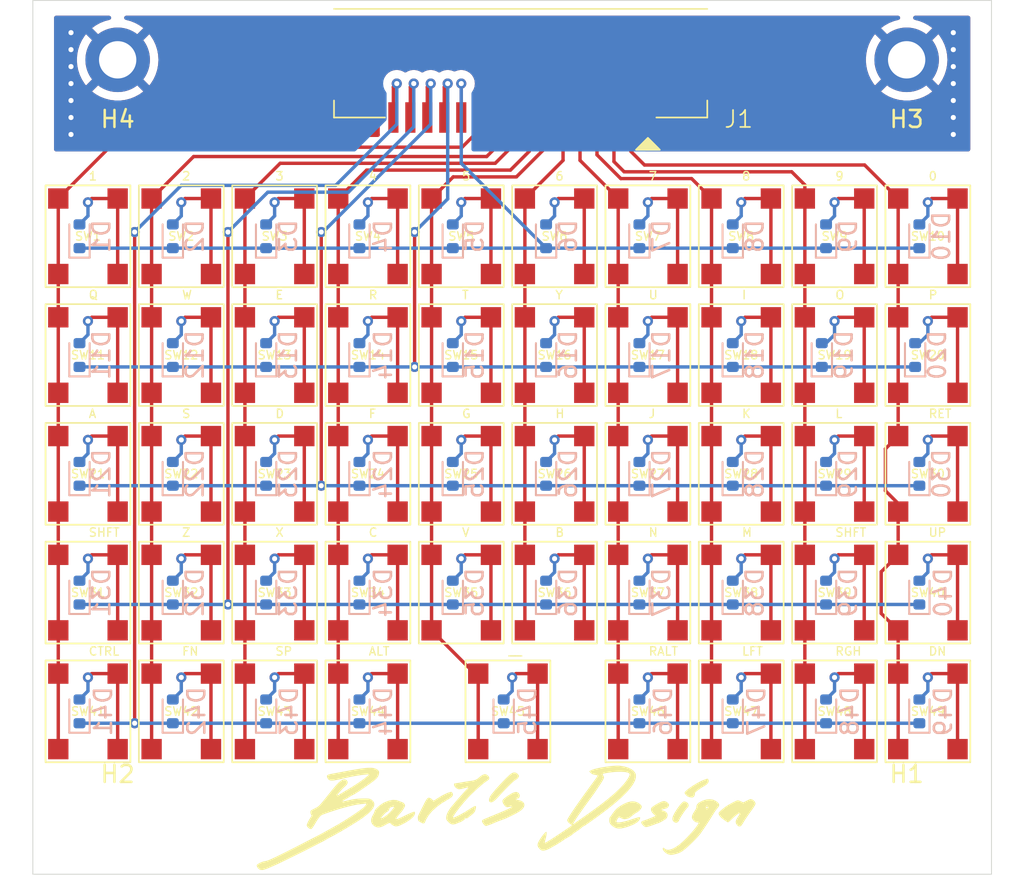
<source format=kicad_pcb>
(kicad_pcb (version 20240108) (generator "pcbnew") (generator_version "8.0")
  (title_block (title "EtherPointer keyboard") (date "2025-02-15") (rev "RC1") (company "Bart's Design") (comment 1 "Bartosz Pracz"))
  (layers (0 "F.Cu" signal) (31 "B.Cu" signal) (34 "B.Paste" user) (35 "F.Paste" user) (36 "B.SilkS" user "B.Silkscreen") (37 "F.SilkS" user "F.Silkscreen") (38 "B.Mask" user) (39 "F.Mask" user) (44 "Edge.Cuts" user))
  (net 0 "")
  (net 1 "Net-(D1-A)")
  (net 2 "Net-(D48-A)")
  (net 3 "Net-(D49-A)")
  (net 4 "GND")
  (net 6 "/ROW1")
  (net 7 "/ROW2")
  (net 8 "/ROW3")
  (net 9 "/ROW4")
  (net 10 "/ROW5")
  (net 11 "/COL4")
  (net 12 "/COL3")
  (net 13 "/COL5")
  (net 14 "/COL9")
  (net 15 "/COL8")
  (net 16 "/COL1")
  (net 17 "/COL2")
  (net 18 "/COL6")
  (net 19 "/COL10")
  (net 20 "/COL7")
  (net 21 "Net-(D2-A)")
  (net 22 "Net-(D3-A)")
  (net 23 "Net-(D4-A)")
  (net 24 "Net-(D5-A)")
  (net 25 "Net-(D6-A)")
  (net 26 "Net-(D7-A)")
  (net 27 "Net-(D8-A)")
  (net 28 "Net-(D9-A)")
  (net 29 "Net-(D10-A)")
  (net 30 "Net-(D11-A)")
  (net 31 "Net-(D14-A)")
  (net 32 "Net-(D15-A)")
  (net 33 "Net-(D16-A)")
  (net 34 "Net-(D17-A)")
  (net 35 "Net-(D30-A)")
  (net 36 "Net-(D31-A)")
  (net 37 "Net-(D32-A)")
  (net 38 "Net-(D33-A)")
  (net 39 "Net-(D46-A)")
  (net 40 "Net-(D47-A)")
  (net 41 "Net-(D18-A)")
  (net 42 "Net-(D19-A)")
  (net 43 "Net-(D20-A)")
  (net 44 "Net-(D21-A)")
  (net 45 "Net-(D34-A)")
  (net 46 "Net-(D35-A)")
  (net 47 "Net-(D36-A)")
  (net 48 "Net-(D37-A)")
  (net 49 "Net-(D22-A)")
  (net 50 "Net-(D23-A)")
  (net 51 "Net-(D24-A)")
  (net 52 "Net-(D25-A)")
  (net 53 "Net-(D38-A)")
  (net 54 "Net-(D39-A)")
  (net 55 "Net-(D40-A)")
  (net 56 "Net-(D41-A)")
  (net 57 "Net-(D26-A)")
  (net 58 "Net-(D27-A)")
  (net 59 "Net-(D28-A)")
  (net 60 "Net-(D29-A)")
  (net 61 "Net-(D42-A)")
  (net 62 "Net-(D44-A)")
  (net 63 "Net-(D45-A)")
  (net 64 "Net-(D12-A)")
  (net 65 "Net-(D13-A)")
  (net 66 "Net-(D43-A)")
  (footprint "airMouseLib:TL3315NF100Q" (layer "F.Cu") (at 104.75 101.4)
    (property "Reference" "SW24")
    (property "Value" "KEY")
  )
  (footprint "airMouseLib:TL3315NF100Q" (layer "F.Cu") (at 132.25 87.4)
    (property "Reference" "SW9")
    (property "Value" "KEY")
  )
  (footprint "airMouseLib:TL3315NF100Q" (layer "F.Cu") (at 104.75 115.4)
    (property "Reference" "SW44")
    (property "Value" "KEY")
  )
  (footprint "airMouseLib:TL3315NF100Q" (layer "F.Cu") (at 99.25 108.4)
    (property "Reference" "SW33")
    (property "Value" "KEY")
  )
  (footprint "airMouseLib:TL3315NF100Q" (layer "F.Cu") (at 99.25 87.4)
    (property "Reference" "SW3")
    (property "Value" "KEY")
  )
  (footprint "airMouseLib:TL3315NF100Q" (layer "F.Cu") (at 88.25 87.4)
    (property "Reference" "SW1")
    (property "Value" "KEY")
  )
  (footprint "airMouseLib:TL3315NF100Q" (layer "F.Cu") (at 115.75 94.4)
    (property "Reference" "SW16")
    (property "Value" "KEY")
  )
  (footprint "airMouseLib:TL3315NF100Q" (layer "F.Cu") (at 93.75 108.4)
    (property "Reference" "SW32")
    (property "Value" "KEY")
  )
  (footprint "airMouseLib:TL3315NF100Q" (layer "F.Cu") (at 126.75 101.4)
    (property "Reference" "SW28")
    (property "Value" "KEY")
  )
  (footprint "airMouseLib:TL3315NF100Q" (layer "F.Cu") (at 121.25 115.4)
    (property "Reference" "SW46")
    (property "Value" "KEY")
  )
  (footprint "airMouseLib:TL3315NF100Q" (layer "F.Cu") (at 121.25 108.4)
    (property "Reference" "SW37")
    (property "Value" "KEY")
  )
  (footprint "airMouseLib:TL3315NF100Q" (layer "F.Cu") (at 110.25 87.4)
    (property "Reference" "SW5")
    (property "Value" "KEY")
  )
  (footprint "MountingHole:MountingHole_2.2mm_M2_ISO14580_Pad" (layer "F.Cu") (at 136.5 77)
    (property "Reference" "H3")
    (property "Value" "MountingHole_Pad")
  )
  (footprint "airMouseLib:TL3315NF100Q" (layer "F.Cu") (at 137.75 87.4)
    (property "Reference" "SW10")
    (property "Value" "KEY")
  )
  (footprint "airMouseLib:TL3315NF100Q" (layer "F.Cu") (at 121.25 94.4)
    (property "Reference" "SW17")
    (property "Value" "KEY")
  )
  (footprint "airMouseLib:TL3315NF100Q" (layer "F.Cu") (at 132.25 94.4)
    (property "Reference" "SW19")
    (property "Value" "KEY")
  )
  (footprint "airMouseLib:TL3315NF100Q" (layer "F.Cu") (at 88.25 115.4)
    (property "Reference" "SW41")
    (property "Value" "KEY")
  )
  (footprint "airMouseLib:TL3315NF100Q" (layer "F.Cu") (at 115.75 101.4)
    (property "Reference" "SW26")
    (property "Value" "KEY")
  )
  (footprint "airMouseLib:TL3315NF100Q" (layer "F.Cu") (at 137.75 115.4)
    (property "Reference" "SW49")
    (property "Value" "KEY")
  )
  (footprint "airMouseLib:TL3315NF100Q" (layer "F.Cu") (at 88.25 108.4)
    (property "Reference" "SW31")
    (property "Value" "KEY")
  )
  (footprint "airMouseLib:TL3315NF100Q" (layer "F.Cu") (at 113 115.4)
    (property "Reference" "SW45")
    (property "Value" "KEY")
  )
  (footprint "airMouseLib:TL3315NF100Q" (layer "F.Cu") (at 93.75 87.4)
    (property "Reference" "SW2")
    (property "Value" "KEY")
  )
  (footprint "airMouseLib:TL3315NF100Q" (layer "F.Cu") (at 115.75 87.4)
    (property "Reference" "SW6")
    (property "Value" "KEY")
  )
  (footprint "MountingHole:MountingHole_2.2mm_M2_ISO14580_Pad" (layer "F.Cu") (at 90 77)
    (property "Reference" "H4")
    (property "Value" "MountingHole_Pad")
  )
  (footprint "airMouseLib:Bart's Design 30mm" (layer "F.Cu") (at 113.05 121.6)
    (property "Reference" "Logo1" (hide yes))
    (property "Value" "~" (hide yes))
  )
  (footprint "airMouseLib:TL3315NF100Q" (layer "F.Cu") (at 132.25 108.4)
    (property "Reference" "SW39")
    (property "Value" "KEY")
  )
  (footprint "airMouseLib:TL3315NF100Q" (layer "F.Cu") (at 104.75 87.4)
    (property "Reference" "SW4")
    (property "Value" "KEY")
  )
  (footprint "MountingHole:MountingHole_2.2mm_M2_ISO14580" (layer "F.Cu") (at 90 122)
    (property "Reference" "H2")
    (property "Value" "MountingHole")
  )
  (footprint "MountingHole:MountingHole_2.2mm_M2_ISO14580" (layer "F.Cu") (at 136.5 122)
    (property "Reference" "H1")
    (property "Value" "MountingHole")
  )
  (footprint "airMouseLib:TL3315NF100Q" (layer "F.Cu") (at 110.25 101.4)
    (property "Reference" "SW25")
    (property "Value" "KEY")
  )
  (footprint "airMouseLib:TL3315NF100Q" (layer "F.Cu") (at 88.25 101.4)
    (property "Reference" "SW21")
    (property "Value" "KEY")
  )
  (footprint "airMouseLib:TL3315NF100Q" (layer "F.Cu") (at 99.25 94.4)
    (property "Reference" "SW13")
    (property "Value" "KEY")
  )
  (footprint "airMouseLib:TL3315NF100Q" (layer "F.Cu") (at 132.25 115.4)
    (property "Reference" "SW48")
    (property "Value" "KEY")
  )
  (footprint "airMouseLib:TL3315NF100Q" (layer "F.Cu") (at 126.75 94.4)
    (property "Reference" "SW18")
    (property "Value" "KEY")
  )
  (footprint "airMouseLib:TL3315NF100Q" (layer "F.Cu") (at 104.75 108.4)
    (property "Reference" "SW34")
    (property "Value" "KEY")
  )
  (footprint "airMouseLib:TL3315NF100Q" (layer "F.Cu") (at 99.25 101.4)
    (property "Reference" "SW23")
    (property "Value" "KEY")
  )
  (footprint "airMouseLib:TL3315NF100Q" (layer "F.Cu") (at 137.75 94.4)
    (property "Reference" "SW20")
    (property "Value" "KEY")
  )
  (footprint "airMouseLib:TL3315NF100Q" (layer "F.Cu") (at 121.25 101.4)
    (property "Reference" "SW27")
    (property "Value" "KEY")
  )
  (footprint "airMouseLib:TL3315NF100Q" (layer "F.Cu") (at 88.25 94.4)
    (property "Reference" "SW11")
    (property "Value" "KEY")
  )
  (footprint "airMouseLib:TL3315NF100Q" (layer "F.Cu") (at 126.75 108.4)
    (property "Reference" "SW38")
    (property "Value" "KEY")
  )
  (footprint "airMouseLib:TL3315NF100Q" (layer "F.Cu") (at 115.75 108.4)
    (property "Reference" "SW36")
    (property "Value" "KEY")
  )
  (footprint "airMouseLib:TL3315NF100Q" (layer "F.Cu") (at 126.75 87.4)
    (property "Reference" "SW8")
    (property "Value" "KEY")
  )
  (footprint "airMouseLib:TL3315NF100Q" (layer "F.Cu") (at 121.25 87.4)
    (property "Reference" "SW7")
    (property "Value" "KEY")
  )
  (footprint "airMouseLib:TL3315NF100Q" (layer "F.Cu") (at 132.25 101.4)
    (property "Reference" "SW29")
    (property "Value" "KEY")
  )
  (footprint "airMouseLib:TL3315NF100Q" (layer "F.Cu") (at 93.75 115.4)
    (property "Reference" "SW42")
    (property "Value" "KEY")
  )
  (footprint "airMouseLib:TL3315NF100Q" (layer "F.Cu") (at 126.75 115.4)
    (property "Reference" "SW47")
    (property "Value" "KEY")
  )
  (footprint "airMouseLib:TL3315NF100Q" (layer "F.Cu") (at 93.75 101.4)
    (property "Reference" "SW22")
    (property "Value" "KEY")
  )
  (footprint "airMouseLib:DS1020-07-16VBT1A-R" (layer "F.Cu") (at 113.75 80.4 180)
    (property "Reference" "J1")
    (property "Value" "DS1020-07-16VBT1A-R")
  )
  (footprint "airMouseLib:TL3315NF100Q" (layer "F.Cu") (at 110.25 108.4)
    (property "Reference" "SW35")
    (property "Value" "KEY")
  )
  (footprint "airMouseLib:TL3315NF100Q" (layer "F.Cu") (at 137.75 108.4)
    (property "Reference" "SW40")
    (property "Value" "KEY")
  )
  (footprint "airMouseLib:TL3315NF100Q" (layer "F.Cu") (at 110.25 94.4)
    (property "Reference" "SW15")
    (property "Value" "KEY")
  )
  (footprint "airMouseLib:TL3315NF100Q" (layer "F.Cu") (at 137.75 101.4)
    (property "Reference" "SW30")
    (property "Value" "KEY")
  )
  (footprint "airMouseLib:TL3315NF100Q" (layer "F.Cu") (at 99.25 115.4)
    (property "Reference" "SW43")
    (property "Value" "KEY")
  )
  (footprint "airMouseLib:TL3315NF100Q" (layer "F.Cu") (at 93.75 94.4)
    (property "Reference" "SW12")
    (property "Value" "KEY")
  )
  (footprint "airMouseLib:TL3315NF100Q" (layer "F.Cu") (at 104.75 94.4)
    (property "Reference" "SW14")
    (property "Value" "KEY")
  )
  (footprint "Diode_SMD:D_SOD-523" (layer "B.Cu") (at 115.25 101.4 90)
    (property "Reference" "D26")
    (property "Value" "BAS70X-TP")
  )
  (footprint "Diode_SMD:D_SOD-523" (layer "B.Cu") (at 120.75 101.4 90)
    (property "Reference" "D27")
    (property "Value" "BAS70X-TP")
  )
  (footprint "Diode_SMD:D_SOD-523" (layer "B.Cu") (at 137.25 115.4 90)
    (property "Reference" "D49")
    (property "Value" "BAS70X-TP")
  )
  (footprint "Diode_SMD:D_SOD-523" (layer "B.Cu") (at 120.75 108.4 90)
    (property "Reference" "D37")
    (property "Value" "BAS70X-TP")
  )
  (footprint "Diode_SMD:D_SOD-523" (layer "B.Cu") (at 115.25 108.4 90)
    (property "Reference" "D36")
    (property "Value" "BAS70X-TP")
  )
  (footprint "Diode_SMD:D_SOD-523" (layer "B.Cu") (at 131.75 87.4 90)
    (property "Reference" "D9")
    (property "Value" "BAS70X-TP")
  )
  (footprint "Diode_SMD:D_SOD-523" (layer "B.Cu") (at 98.75 101.4 90)
    (property "Reference" "D23")
    (property "Value" "BAS70X-TP")
  )
  (footprint "Diode_SMD:D_SOD-523" (layer "B.Cu") (at 126.25 115.4 90)
    (property "Reference" "D47")
    (property "Value" "BAS70X-TP")
  )
  (footprint "Diode_SMD:D_SOD-523" (layer "B.Cu") (at 87.75 115.4 90)
    (property "Reference" "D41")
    (property "Value" "BAS70X-TP")
  )
  (footprint "Diode_SMD:D_SOD-523" (layer "B.Cu") (at 137 94.4 90)
    (property "Reference" "D20")
    (property "Value" "BAS70X-TP")
  )
  (footprint "Diode_SMD:D_SOD-523" (layer "B.Cu") (at 104.25 94.4 90)
    (property "Reference" "D14")
    (property "Value" "BAS70X-TP")
  )
  (footprint "Diode_SMD:D_SOD-523" (layer "B.Cu") (at 131.5 94.4 90)
    (property "Reference" "D19")
    (property "Value" "BAS70X-TP")
  )
  (footprint "Diode_SMD:D_SOD-523" (layer "B.Cu") (at 109.75 94.4 90)
    (property "Reference" "D15")
    (property "Value" "BAS70X-TP")
  )
  (footprint "Diode_SMD:D_SOD-523" (layer "B.Cu") (at 137.25 101.4 90)
    (property "Reference" "D30")
    (property "Value" "BAS70X-TP")
  )
  (footprint "Diode_SMD:D_SOD-523" (layer "B.Cu") (at 109.75 87.4 90)
    (property "Reference" "D5")
    (property "Value" "BAS70X-TP")
  )
  (footprint "Diode_SMD:D_SOD-523" (layer "B.Cu") (at 87.75 94.4 90)
    (property "Reference" "D11")
    (property "Value" "BAS70X-TP")
  )
  (footprint "Diode_SMD:D_SOD-523" (layer "B.Cu") (at 109.75 108.4 90)
    (property "Reference" "D35")
    (property "Value" "BAS70X-TP")
  )
  (footprint "Diode_SMD:D_SOD-523" (layer "B.Cu") (at 131.75 108.4 90)
    (property "Reference" "D39")
    (property "Value" "BAS70X-TP")
  )
  (footprint "Diode_SMD:D_SOD-523" (layer "B.Cu") (at 137.25 108.4 90)
    (property "Reference" "D40")
    (property "Value" "BAS70X-TP")
  )
  (footprint "Diode_SMD:D_SOD-523" (layer "B.Cu") (at 115.25 87.4 90)
    (property "Reference" "D6")
    (property "Value" "BAS70X-TP")
  )
  (footprint "Diode_SMD:D_SOD-523" (layer "B.Cu") (at 137.25 87.4 90)
    (property "Reference" "D10")
    (property "Value" "BAS70X-TP")
  )
  (footprint "Diode_SMD:D_SOD-523" (layer "B.Cu") (at 120.75 94.4 90)
    (property "Reference" "D17")
    (property "Value" "BAS70X-TP")
  )
  (footprint "Diode_SMD:D_SOD-523" (layer "B.Cu") (at 104.25 115.4 90)
    (property "Reference" "D44")
    (property "Value" "BAS70X-TP")
  )
  (footprint "Diode_SMD:D_SOD-523" (layer "B.Cu") (at 87.75 87.4 90)
    (property "Reference" "D1")
    (property "Value" "BAS70X-TP")
  )
  (footprint "Diode_SMD:D_SOD-523" (layer "B.Cu") (at 104.25 108.4 90)
    (property "Reference" "D34")
    (property "Value" "BAS70X-TP")
  )
  (footprint "Diode_SMD:D_SOD-523" (layer "B.Cu") (at 98.75 115.4 90)
    (property "Reference" "D43")
    (property "Value" "BAS70X-TP")
  )
  (footprint "Diode_SMD:D_SOD-523" (layer "B.Cu") (at 112.75 115.4 90)
    (property "Reference" "D45")
    (property "Value" "BAS70X-TP")
  )
  (footprint "Diode_SMD:D_SOD-523" (layer "B.Cu") (at 104.25 101.4 90)
    (property "Reference" "D24")
    (property "Value" "BAS70X-TP")
  )
  (footprint "Diode_SMD:D_SOD-523" (layer "B.Cu") (at 98.75 108.4 90)
    (property "Reference" "D33")
    (property "Value" "BAS70X-TP")
  )
  (footprint "Diode_SMD:D_SOD-523" (layer "B.Cu") (at 126.25 87.4 90)
    (property "Reference" "D8")
    (property "Value" "BAS70X-TP")
  )
  (footprint "Diode_SMD:D_SOD-523" (layer "B.Cu") (at 93.25 108.4 90)
    (property "Reference" "D32")
    (property "Value" "BAS70X-TP")
  )
  (footprint "Diode_SMD:D_SOD-523" (layer "B.Cu") (at 98.75 87.4 90)
    (property "Reference" "D3")
    (property "Value" "BAS70X-TP")
  )
  (footprint "Diode_SMD:D_SOD-523" (layer "B.Cu") (at 126.25 94.4 90)
    (property "Reference" "D18")
    (property "Value" "BAS70X-TP")
  )
  (footprint "Diode_SMD:D_SOD-523" (layer "B.Cu") (at 93.25 115.4 90)
    (property "Reference" "D42")
    (property "Value" "BAS70X-TP")
  )
  (footprint "Diode_SMD:D_SOD-523" (layer "B.Cu") (at 104.25 87.4 90)
    (property "Reference" "D4")
    (property "Value" "BAS70X-TP")
  )
  (footprint "Diode_SMD:D_SOD-523" (layer "B.Cu") (at 87.75 108.4 90)
    (property "Reference" "D31")
    (property "Value" "BAS70X-TP")
  )
  (footprint "Diode_SMD:D_SOD-523" (layer "B.Cu") (at 120.75 115.4 90)
    (property "Reference" "D46")
    (property "Value" "BAS70X-TP")
  )
  (footprint "Diode_SMD:D_SOD-523" (layer "B.Cu") (at 126.25 108.4 90)
    (property "Reference" "D38")
    (property "Value" "BAS70X-TP")
  )
  (footprint "Diode_SMD:D_SOD-523" (layer "B.Cu") (at 131.75 101.4 90)
    (property "Reference" "D29")
    (property "Value" "BAS70X-TP")
  )
  (footprint "Diode_SMD:D_SOD-523" (layer "B.Cu") (at 109.75 101.4 90)
    (property "Reference" "D25")
    (property "Value" "BAS70X-TP")
  )
  (footprint "Diode_SMD:D_SOD-523" (layer "B.Cu") (at 87.75 101.4 90)
    (property "Reference" "D21")
    (property "Value" "BAS70X-TP")
  )
  (footprint "Diode_SMD:D_SOD-523" (layer "B.Cu") (at 93.25 101.4 90)
    (property "Reference" "D22")
    (property "Value" "BAS70X-TP")
  )
  (footprint "Diode_SMD:D_SOD-523" (layer "B.Cu") (at 98.75 94.4 90)
    (property "Reference" "D13")
    (property "Value" "BAS70X-TP")
  )
  (footprint "Diode_SMD:D_SOD-523" (layer "B.Cu") (at 126.25 101.4 90)
    (property "Reference" "D28")
    (property "Value" "BAS70X-TP")
  )
  (footprint "Diode_SMD:D_SOD-523" (layer "B.Cu") (at 115.25 94.4 90)
    (property "Reference" "D16")
    (property "Value" "BAS70X-TP")
  )
  (footprint "Diode_SMD:D_SOD-523" (layer "B.Cu") (at 120.75 87.4 90)
    (property "Reference" "D7")
    (property "Value" "BAS70X-TP")
  )
  (footprint "Diode_SMD:D_SOD-523" (layer "B.Cu") (at 93.25 87.4 90)
    (property "Reference" "D2")
    (property "Value" "BAS70X-TP")
  )
  (footprint "Diode_SMD:D_SOD-523" (layer "B.Cu") (at 93.25 94.4 90)
    (property "Reference" "D12")
    (property "Value" "BAS70X-TP")
  )
  (footprint "Diode_SMD:D_SOD-523" (layer "B.Cu") (at 131.75 115.4 90)
    (property "Reference" "D48")
    (property "Value" "BAS70X-TP")
  )
  (gr_rect (start 85 73.5) (end 141.5 125) (stroke (width 0.05)) (fill none) (layer "Edge.Cuts"))
  (segment (start 90 85.175) (end 88.475 85.175) (width 0.2) (layer "F.Cu") (net 1))
  (segment (start 90 85.175) (end 90 89.625) (width 0.2) (layer "F.Cu") (net 1))
  (segment (start 88.475 85.175) (end 88.25 85.4) (width 0.2) (layer "F.Cu") (net 1))
  (via (at 88.25 85.4) (size 0.6) (drill 0.3) (layers "F.Cu" "B.Cu") (net 1))
  (segment (start 88.25 85.4) (end 88.25 86.2) (width 0.2) (layer "B.Cu") (net 1))
  (segment (start 88.25 86.2) (end 87.75 86.7) (width 0.2) (layer "B.Cu") (net 1))
  (segment (start 132.475 113.175) (end 132.25 113.4) (width 0.2) (layer "F.Cu") (net 2))
  (segment (start 134 117.625) (end 134 113.175) (width 0.2) (layer "F.Cu") (net 2))
  (segment (start 134 113.175) (end 132.475 113.175) (width 0.2) (layer "F.Cu") (net 2))
  (via (at 132.25 113.4) (size 0.6) (drill 0.3) (layers "F.Cu" "B.Cu") (net 2))
  (segment (start 132.25 113.4) (end 132.25 114.2) (width 0.2) (layer "B.Cu") (net 2))
  (segment (start 132.25 114.2) (end 131.75 114.7) (width 0.2) (layer "B.Cu") (net 2))
  (segment (start 137.975 113.175) (end 137.75 113.4) (width 0.2) (layer "F.Cu") (net 3))
  (segment (start 139.5 113.175) (end 137.975 113.175) (width 0.2) (layer "F.Cu") (net 3))
  (segment (start 139.5 117.625) (end 139.5 113.175) (width 0.2) (layer "F.Cu") (net 3))
  (via (at 137.75 113.4) (size 0.6) (drill 0.3) (layers "F.Cu" "B.Cu") (net 3))
  (segment (start 137.75 113.4) (end 137.75 114.2) (width 0.2) (layer "B.Cu") (net 3))
  (segment (start 137.75 114.2) (end 137.25 114.7) (width 0.2) (layer "B.Cu") (net 3))
  (via (at 87.25 80.4) (size 0.6) (drill 0.3) (layers "F.Cu" "B.Cu") (net 4))
  (via (at 139.25 79.4) (size 0.6) (drill 0.3) (layers "F.Cu" "B.Cu") (net 4))
  (via (at 139.25 76.4) (size 0.6) (drill 0.3) (layers "F.Cu" "B.Cu") (net 4))
  (via (at 139.25 81.4) (size 0.6) (drill 0.3) (layers "F.Cu" "B.Cu") (net 4))
  (via (at 139.25 75.4) (size 0.6) (drill 0.3) (layers "F.Cu" "B.Cu") (net 4))
  (via (at 87.25 79.4) (size 0.6) (drill 0.3) (layers "F.Cu" "B.Cu") (net 4))
  (via (at 139.25 78.4) (size 0.6) (drill 0.3) (layers "F.Cu" "B.Cu") (net 4))
  (via (at 87.25 77.4) (size 0.6) (drill 0.3) (layers "F.Cu" "B.Cu") (net 4))
  (via (at 87.25 81.4) (size 0.6) (drill 0.3) (layers "F.Cu" "B.Cu") (net 4))
  (via (at 87.25 76.4) (size 0.6) (drill 0.3) (layers "F.Cu" "B.Cu") (net 4))
  (via (at 87.25 75.4) (size 0.6) (drill 0.3) (layers "F.Cu" "B.Cu") (net 4))
  (via (at 139.25 80.4) (size 0.6) (drill 0.3) (layers "F.Cu" "B.Cu") (net 4))
  (via (at 139.25 77.4) (size 0.6) (drill 0.3) (layers "F.Cu" "B.Cu") (net 4))
  (via (at 87.25 78.4) (size 0.6) (drill 0.3) (layers "F.Cu" "B.Cu") (net 4))
  (segment (start 110.25 80.4) (end 110.25 78.4) (width 0.2) (layer "F.Cu") (net 6))
  (via (at 110.25 78.4) (size 0.6) (drill 0.3) (layers "F.Cu" "B.Cu") (net 6))
  (segment (start 110.25 83.1) (end 115.25 88.1) (width 0.2) (layer "B.Cu") (net 6))
  (segment (start 137.25 88.1) (end 87.75 88.1) (width 0.2) (layer "B.Cu") (net 6))
  (segment (start 110.25 78.4) (end 110.25 83.1) (width 0.2) (layer "B.Cu") (net 6))
  (segment (start 109.25 80.4) (end 109.25 78.6) (width 0.2) (layer "F.Cu") (net 7))
  (segment (start 109.25 78.6) (end 109.45 78.4) (width 0.2) (layer "F.Cu") (net 7))
  (segment (start 107.5 87.15) (end 107.5 95.1) (width 0.2) (layer "F.Cu") (net 7))
  (via (at 109.45 78.4) (size 0.6) (drill 0.3) (layers "F.Cu" "B.Cu") (net 7))
  (via (at 107.5 95.1) (size 0.6) (drill 0.3) (layers "F.Cu" "B.Cu") (net 7))
  (via (at 107.5 87.15) (size 0.6) (drill 0.3) (layers "F.Cu" "B.Cu") (net 7))
  (segment (start 109.45 78.4) (end 109.45 85.2) (width 0.2) (layer "B.Cu") (net 7))
  (segment (start 109.45 85.2) (end 107.5 87.15) (width 0.2) (layer "B.Cu") (net 7))
  (segment (start 87.75 95.1) (end 107.5 95.1) (width 0.2) (layer "B.Cu") (net 7))
  (segment (start 107.5 95.1) (end 137.25 95.1) (width 0.2) (layer "B.Cu") (net 7))
  (segment (start 108.25 80.4) (end 108.25 78.6) (width 0.2) (layer "F.Cu") (net 8))
  (segment (start 102 87.15) (end 102 102.1) (width 0.2) (layer "F.Cu") (net 8))
  (segment (start 108.25 78.6) (end 108.45 78.4) (width 0.2) (layer "F.Cu") (net 8))
  (via (at 108.45 78.4) (size 0.6) (drill 0.3) (layers "F.Cu" "B.Cu") (net 8))
  (via (at 102 87.15) (size 0.6) (drill 0.3) (layers "F.Cu" "B.Cu") (net 8))
  (via (at 102 102.1) (size 0.6) (drill 0.3) (layers "F.Cu" "B.Cu") (net 8))
  (segment (start 108.45 78.4) (end 108.45 80.8) (width 0.2) (layer "B.Cu") (net 8))
  (segment (start 108.45 80.8) (end 102.1 87.15) (width 0.2) (layer "B.Cu") (net 8))
  (segment (start 102 102.1) (end 87.75 102.1) (width 0.2) (layer "B.Cu") (net 8))
  (segment (start 137.25 102.1) (end 102 102.1) (width 0.2) (layer "B.Cu") (net 8))
  (segment (start 102.1 87.15) (end 102 87.15) (width 0.2) (layer "B.Cu") (net 8))
  (segment (start 107.25 80.4) (end 107.25 78.6) (width 0.2) (layer "F.Cu") (net 9))
  (segment (start 107.25 78.6) (end 107.45 78.4) (width 0.2) (layer "F.Cu") (net 9))
  (segment (start 96.5 87.15) (end 96.5 109.1) (width 0.2) (layer "F.Cu") (net 9))
  (via (at 96.5 87.15) (size 0.6) (drill 0.3) (layers "F.Cu" "B.Cu") (net 9))
  (via (at 96.5 109.1) (size 0.6) (drill 0.3) (layers "F.Cu" "B.Cu") (net 9))
  (via (at 107.45 78.4) (size 0.6) (drill 0.3) (layers "F.Cu" "B.Cu") (net 9))
  (segment (start 98.85 84.8) (end 96.5 87.15) (width 0.2) (layer "B.Cu") (net 9))
  (segment (start 107.45 78.4) (end 107.45 80.95) (width 0.2) (layer "B.Cu") (net 9))
  (segment (start 96.5 109.1) (end 137.25 109.1) (width 0.2) (layer "B.Cu") (net 9))
  (segment (start 103.6 84.8) (end 98.85 84.8) (width 0.2) (layer "B.Cu") (net 9))
  (segment (start 87.75 109.1) (end 96.5 109.1) (width 0.2) (layer "B.Cu") (net 9))
  (segment (start 107.45 80.95) (end 103.6 84.8) (width 0.2) (layer "B.Cu") (net 9))
  (segment (start 91 87.15) (end 91 116.1) (width 0.2) (layer "F.Cu") (net 10))
  (segment (start 106.25 78.6) (end 106.45 78.4) (width 0.2) (layer "F.Cu") (net 10))
  (segment (start 106.25 80.4) (end 106.25 78.6) (width 0.2) (layer "F.Cu") (net 10))
  (via (at 91 87.15) (size 0.6) (drill 0.3) (layers "F.Cu" "B.Cu") (net 10))
  (via (at 91 116.1) (size 0.6) (drill 0.3) (layers "F.Cu" "B.Cu") (net 10))
  (via (at 106.45 78.4) (size 0.6) (drill 0.3) (layers "F.Cu" "B.Cu") (net 10))
  (segment (start 91 116.1) (end 87.75 116.1) (width 0.2) (layer "B.Cu") (net 10))
  (segment (start 106.45 80.8) (end 106.45 78.4) (width 0.2) (layer "B.Cu") (net 10))
  (segment (start 93.75 84.4) (end 102.85 84.4) (width 0.2) (layer "B.Cu") (net 10))
  (segment (start 91 87.15) (end 93.75 84.4) (width 0.2) (layer "B.Cu") (net 10))
  (segment (start 102.85 84.4) (end 106.45 80.8) (width 0.2) (layer "B.Cu") (net 10))
  (segment (start 137.25 116.1) (end 91 116.1) (width 0.2) (layer "B.Cu") (net 10))
  (segment (start 117.25 82.925) (end 117.25 80.4) (width 0.2) (layer "F.Cu") (net 11))
  (segment (start 119.5 85.175) (end 119.5 117.625) (width 0.2) (layer "F.Cu") (net 11))
  (segment (start 119.5 85.175) (end 117.25 82.925) (width 0.2) (layer "F.Cu") (net 11))
  (segment (start 118.25 82.6) (end 118.25 80.4) (width 0.2) (layer "F.Cu") (net 12))
  (segment (start 123.825 84) (end 119.65 84) (width 0.2) (layer "F.Cu") (net 12))
  (segment (start 119.65 84) (end 118.25 82.6) (width 0.2) (layer "F.Cu") (net 12))
  (segment (start 125 85.175) (end 123.825 84) (width 0.2) (layer "F.Cu") (net 12))
  (segment (start 125 85.175) (end 125 117.625) (width 0.2) (layer "F.Cu") (net 12))
  (segment (start 114 85.175) (end 116.25 82.925) (width 0.2) (layer "F.Cu") (net 13))
  (segment (start 114 85.175) (end 114 110.625) (width 0.2) (layer "F.Cu") (net 13))
  (segment (start 116.25 82.925) (end 116.25 80.4) (width 0.2) (layer "F.Cu") (net 13))
  (segment (start 92 92.175) (end 92 91.65) (width 0.2) (layer "F.Cu") (net 14))
  (segment (start 92 85.175) (end 92 117.625) (width 0.2) (layer "F.Cu") (net 14))
  (segment (start 112.25 82.2) (end 112.25 80.4) (width 0.2) (layer "F.Cu") (net 14))
  (segment (start 111.75 82.7) (end 112.25 82.2) (width 0.2) (layer "F.Cu") (net 14))
  (segment (start 92 85.175) (end 94.475 82.7) (width 0.2) (layer "F.Cu") (net 14))
  (segment (start 94.475 82.7) (end 111.75 82.7) (width 0.2) (layer "F.Cu") (net 14))
  (segment (start 97.5 92.175) (end 97.5 117.625) (width 0.2) (layer "F.Cu") (net 15))
  (segment (start 112.25 83.1) (end 113.25 82.1) (width 0.2) (layer "F.Cu") (net 15))
  (segment (start 97.5 99.175) (end 97.5 98.65) (width 0.2) (layer "F.Cu") (net 15))
  (segment (start 112.25 83.1) (end 99.575 83.1) (width 0.2) (layer "F.Cu") (net 15))
  (segment (start 99.575 83.1) (end 97.5 85.175) (width 0.2) (layer "F.Cu") (net 15))
  (segment (start 97.5 85.175) (end 97.5 89.625) (width 0.2) (layer "F.Cu") (net 15))
  (segment (start 113.25 82.1) (end 113.25 80.4) (width 0.2) (layer "F.Cu") (net 15))
  (segment (start 97.5 89.625) (end 97.5 92.175) (width 0.2) (layer "F.Cu") (net 15))
  (segment (start 135 107.175) (end 136 106.175) (width 0.2) (layer "F.Cu") (net 16))
  (segment (start 121.05 83.2) (end 120.25 82.4) (width 0.2) (layer "F.Cu") (net 16))
  (segment (start 120.25 82.4) (end 120.25 80.4) (width 0.2) (layer "F.Cu") (net 16))
  (segment (start 136 85.175) (end 134.025 83.2) (width 0.2) (layer "F.Cu") (net 16))
  (segment (start 135 109.625) (end 135 107.175) (width 0.2) (layer "F.Cu") (net 16))
  (segment (start 136 110.625) (end 136 113.175) (width 0.2) (layer "F.Cu") (net 16))
  (segment (start 136 110.625) (end 135 109.625) (width 0.2) (layer "F.Cu") (net 16))
  (segment (start 136 85.175) (end 136 99.175) (width 0.2) (layer "F.Cu") (net 16))
  (segment (start 135.25 99.925) (end 136 99.175) (width 0.2) (layer "F.Cu") (net 16))
  (segment (start 136 103.15) (end 135.25 102.4) (width 0.2) (layer "F.Cu") (net 16))
  (segment (start 136 113.175) (end 136 117.625) (width 0.2) (layer "F.Cu") (net 16))
  (segment (start 136 103.625) (end 136 106.175) (width 0.2) (layer "F.Cu") (net 16))
  (segment (start 135.25 102.4) (end 135.25 99.925) (width 0.2) (layer "F.Cu") (net 16))
  (segment (start 136 103.625) (end 136 103.15) (width 0.2) (layer "F.Cu") (net 16))
  (segment (start 134.025 83.2) (end 121.05 83.2) (width 0.2) (layer "F.Cu") (net 16))
  (segment (start 130.5 85.175) (end 130.5 117.625) (width 0.2) (layer "F.Cu") (net 17))
  (segment (start 129.725 83.6) (end 119.85 83.6) (width 0.2) (layer "F.Cu") (net 17))
  (segment (start 119.85 83.6) (end 119.25 83) (width 0.2) (layer "F.Cu") (net 17))
  (segment (start 130.5 85.175) (end 130.5 84.375) (width 0.2) (layer "F.Cu") (net 17))
  (segment (start 130.5 84.375) (end 129.725 83.6) (width 0.2) (layer "F.Cu") (net 17))
  (segment (start 119.25 83) (end 119.25 80.4) (width 0.2) (layer "F.Cu") (net 17))
  (segment (start 109.775 83.9) (end 113.5 83.9) (width 0.2) (layer "F.Cu") (net 18))
  (segment (start 113.5 83.9) (end 115.25 82.15) (width 0.2) (layer "F.Cu") (net 18))
  (segment (start 111.05 113.175) (end 111.25 113.175) (width 0.2) (layer "F.Cu") (net 18))
  (segment (start 111.25 117.625) (end 111.25 113.175) (width 0.2) (layer "F.Cu") (net 18))
  (segment (start 108.5 85.175) (end 108.5 110.625) (width 0.2) (layer "F.Cu") (net 18))
  (segment (start 115.25 82.15) (end 115.25 80.4) (width 0.2) (layer "F.Cu") (net 18))
  (segment (start 108.5 110.625) (end 111.05 113.175) (width 0.2) (layer "F.Cu") (net 18))
  (segment (start 108.5 85.175) (end 109.775 83.9) (width 0.2) (layer "F.Cu") (net 18))
  (segment (start 86.5 92.175) (end 86.5 96.625) (width 0.2) (layer "F.Cu") (net 19))
  (segment (start 86.5 99.175) (end 86.5 103.625) (width 0.2) (layer "F.Cu") (net 19))
  (segment (start 86.5 103.625) (end 86.5 106.175) (width 0.2) (layer "F.Cu") (net 19))
  (segment (start 86.5 85.175) (end 86.5 89.625) (width 0.2) (layer "F.Cu") (net 19))
  (segment (start 86.5 89.625) (end 86.5 92.175) (width 0.2) (layer "F.Cu") (net 19))
  (segment (start 89.525 82.15) (end 86.5 85.175) (width 0.2) (layer "F.Cu") (net 19))
  (segment (start 110.3 82.15) (end 111.25 81.2) (width 0.2) (layer "F.Cu") (net 19))
  (segment (start 89.525 82.15) (end 110.3 82.15) (width 0.2) (layer "F.Cu") (net 19))
  (segment (start 86.5 96.625) (end 86.5 99.175) (width 0.2) (layer "F.Cu") (net 19))
  (segment (start 111.25 81.2) (end 111.25 80.4) (width 0.2) (layer "F.Cu") (net 19))
  (segment (start 86.5 106.175) (end 86.5 117.625) (width 0.2) (layer "F.Cu") (net 19))
  (segment (start 103 85.175) (end 104.675 83.5) (width 0.2) (layer "F.Cu") (net 20))
  (segment (start 113.15 83.5) (end 114.25 82.4) (width 0.2) (layer "F.Cu") (net 20))
  (segment (start 103 85.175) (end 103 117.625) (width 0.2) (layer "F.Cu") (net 20))
  (segment (start 104.675 83.5) (end 113.15 83.5) (width 0.2) (layer "F.Cu") (net 20))
  (segment (start 114.25 82.4) (end 114.25 80.4) (width 0.2) (layer "F.Cu") (net 20))
  (segment (start 93.975 85.175) (end 93.75 85.4) (width 0.2) (layer "F.Cu") (net 21))
  (segment (start 95.5 85.175) (end 93.975 85.175) (width 0.2) (layer "F.Cu") (net 21))
  (segment (start 95.5 85.175) (end 95.5 89.625) (width 0.2) (layer "F.Cu") (net 21))
  (via (at 93.75 85.4) (size 0.6) (drill 0.3) (layers "F.Cu" "B.Cu") (net 21))
  (segment (start 93.75 86.2) (end 93.25 86.7) (width 0.2) (layer "B.Cu") (net 21))
  (segment (start 93.75 85.4) (end 93.75 86.2) (width 0.2) (layer "B.Cu") (net 21))
  (segment (start 99.475 85.175) (end 99.25 85.4) (width 0.2) (layer "F.Cu") (net 22))
  (segment (start 101 85.175) (end 101 89.625) (width 0.2) (layer "F.Cu") (net 22))
  (segment (start 101 85.175) (end 99.475 85.175) (width 0.2) (layer "F.Cu") (net 22))
  (via (at 99.25 85.4) (size 0.6) (drill 0.3) (layers "F.Cu" "B.Cu") (net 22))
  (segment (start 99.25 85.4) (end 99.25 86.2) (width 0.2) (layer "B.Cu") (net 22))
  (segment (start 99.25 86.2) (end 98.75 86.7) (width 0.2) (layer "B.Cu") (net 22))
  (segment (start 106.5 89.625) (end 106.5 85.175) (width 0.2) (layer "F.Cu") (net 23))
  (segment (start 106.5 85.175) (end 104.975 85.175) (width 0.2) (layer "F.Cu") (net 23))
  (segment (start 104.975 85.175) (end 104.75 85.4) (width 0.2) (layer "F.Cu") (net 23))
  (via (at 104.75 85.4) (size 0.6) (drill 0.3) (layers "F.Cu" "B.Cu") (net 23))
  (segment (start 104.75 85.4) (end 104.75 86.2) (width 0.2) (layer "B.Cu") (net 23))
  (segment (start 104.75 86.2) (end 104.25 86.7) (width 0.2) (layer "B.Cu") (net 23))
  (segment (start 112 89.625) (end 112 85.175) (width 0.2) (layer "F.Cu") (net 24))
  (segment (start 112 85.175) (end 110.475 85.175) (width 0.2) (layer "F.Cu") (net 24))
  (segment (start 110.475 85.175) (end 110.25 85.4) (width 0.2) (layer "F.Cu") (net 24))
  (via (at 110.25 85.4) (size 0.6) (drill 0.3) (layers "F.Cu" "B.Cu") (net 24))
  (segment (start 110.25 86.2) (end 109.75 86.7) (width 0.2) (layer "B.Cu") (net 24))
  (segment (start 110.25 85.4) (end 110.25 86.2) (width 0.2) (layer "B.Cu") (net 24))
  (segment (start 115.975 85.175) (end 115.75 85.4) (width 0.2) (layer "F.Cu") (net 25))
  (segment (start 117.5 89.625) (end 117.5 85.175) (width 0.2) (layer "F.Cu") (net 25))
  (segment (start 117.5 85.175) (end 115.975 85.175) (width 0.2) (layer "F.Cu") (net 25))
  (via (at 115.75 85.4) (size 0.6) (drill 0.3) (layers "F.Cu" "B.Cu") (net 25))
  (segment (start 115.75 86.2) (end 115.25 86.7) (width 0.2) (layer "B.Cu") (net 25))
  (segment (start 115.75 85.4) (end 115.75 86.2) (width 0.2) (layer "B.Cu") (net 25))
  (segment (start 123 89.625) (end 123 85.175) (width 0.2) (layer "F.Cu") (net 26))
  (segment (start 121.475 85.175) (end 121.25 85.4) (width 0.2) (layer "F.Cu") (net 26))
  (segment (start 123 85.175) (end 121.475 85.175) (width 0.2) (layer "F.Cu") (net 26))
  (via (at 121.25 85.4) (size 0.6) (drill 0.3) (layers "F.Cu" "B.Cu") (net 26))
  (segment (start 121.25 86.2) (end 120.75 86.7) (width 0.2) (layer "B.Cu") (net 26))
  (segment (start 121.25 85.4) (end 121.25 86.2) (width 0.2) (layer "B.Cu") (net 26))
  (segment (start 128.5 89.625) (end 128.5 85.175) (width 0.2) (layer "F.Cu") (net 27))
  (segment (start 128.5 85.175) (end 126.975 85.175) (width 0.2) (layer "F.Cu") (net 27))
  (segment (start 126.975 85.175) (end 126.75 85.4) (width 0.2) (layer "F.Cu") (net 27))
  (via (at 126.75 85.4) (size 0.6) (drill 0.3) (layers "F.Cu" "B.Cu") (net 27))
  (segment (start 126.75 85.4) (end 126.75 86.2) (width 0.2) (layer "B.Cu") (net 27))
  (segment (start 126.75 86.2) (end 126.25 86.7) (width 0.2) (layer "B.Cu") (net 27))
  (segment (start 132.475 85.175) (end 132.25 85.4) (width 0.2) (layer "F.Cu") (net 28))
  (segment (start 134 85.175) (end 132.475 85.175) (width 0.2) (layer "F.Cu") (net 28))
  (segment (start 134 89.625) (end 134 85.175) (width 0.2) (layer "F.Cu") (net 28))
  (via (at 132.25 85.4) (size 0.6) (drill 0.3) (layers "F.Cu" "B.Cu") (net 28))
  (segment (start 132.25 85.4) (end 132.25 86.2) (width 0.2) (layer "B.Cu") (net 28))
  (segment (start 132.25 86.2) (end 131.75 86.7) (width 0.2) (layer "B.Cu") (net 28))
  (segment (start 139.5 89.625) (end 139.5 85.175) (width 0.2) (layer "F.Cu") (net 29))
  (segment (start 137.975 85.175) (end 137.75 85.4) (width 0.2) (layer "F.Cu") (net 29))
  (segment (start 139.5 85.175) (end 137.975 85.175) (width 0.2) (layer "F.Cu") (net 29))
  (via (at 137.75 85.4) (size 0.6) (drill 0.3) (layers "F.Cu" "B.Cu") (net 29))
  (segment (start 137.75 85.4) (end 137.75 86.2) (width 0.2) (layer "B.Cu") (net 29))
  (segment (start 137.75 86.2) (end 137.25 86.7) (width 0.2) (layer "B.Cu") (net 29))
  (segment (start 90 92.175) (end 88.475 92.175) (width 0.2) (layer "F.Cu") (net 30))
  (segment (start 88.475 92.175) (end 88.25 92.4) (width 0.2) (layer "F.Cu") (net 30))
  (segment (start 90 96.625) (end 90 92.175) (width 0.2) (layer "F.Cu") (net 30))
  (via (at 88.25 92.4) (size 0.6) (drill 0.3) (layers "F.Cu" "B.Cu") (net 30))
  (segment (start 88.25 92.4) (end 88.25 93.2) (width 0.2) (layer "B.Cu") (net 30))
  (segment (start 88.25 93.2) (end 87.75 93.7) (width 0.2) (layer "B.Cu") (net 30))
  (segment (start 106.5 92.175) (end 104.975 92.175) (width 0.2) (layer "F.Cu") (net 31))
  (segment (start 106.5 96.625) (end 106.5 92.175) (width 0.2) (layer "F.Cu") (net 31))
  (segment (start 104.975 92.175) (end 104.75 92.4) (width 0.2) (layer "F.Cu") (net 31))
  (via (at 104.75 92.4) (size 0.6) (drill 0.3) (layers "F.Cu" "B.Cu") (net 31))
  (segment (start 104.75 93.2) (end 104.25 93.7) (width 0.2) (layer "B.Cu") (net 31))
  (segment (start 104.75 92.4) (end 104.75 93.2) (width 0.2) (layer "B.Cu") (net 31))
  (segment (start 112 92.175) (end 110.475 92.175) (width 0.2) (layer "F.Cu") (net 32))
  (segment (start 110.475 92.175) (end 110.25 92.4) (width 0.2) (layer "F.Cu") (net 32))
  (segment (start 112 96.625) (end 112 92.175) (width 0.2) (layer "F.Cu") (net 32))
  (via (at 110.25 92.4) (size 0.6) (drill 0.3) (layers "F.Cu" "B.Cu") (net 32))
  (segment (start 110.25 92.4) (end 110.25 93.2) (width 0.2) (layer "B.Cu") (net 32))
  (segment (start 110.25 93.2) (end 109.75 93.7) (width 0.2) (layer "B.Cu") (net 32))
  (segment (start 115.975 92.175) (end 115.75 92.4) (width 0.2) (layer "F.Cu") (net 33))
  (segment (start 117.5 96.625) (end 117.5 92.175) (width 0.2) (layer "F.Cu") (net 33))
  (segment (start 117.5 92.175) (end 115.975 92.175) (width 0.2) (layer "F.Cu") (net 33))
  (via (at 115.75 92.4) (size 0.6) (drill 0.3) (layers "F.Cu" "B.Cu") (net 33))
  (segment (start 115.75 93.2) (end 115.25 93.7) (width 0.2) (layer "B.Cu") (net 33))
  (segment (start 115.75 92.4) (end 115.75 93.2) (width 0.2) (layer "B.Cu") (net 33))
  (segment (start 121.475 92.175) (end 121.25 92.4) (width 0.2) (layer "F.Cu") (net 34))
  (segment (start 123 96.625) (end 123 92.175) (width 0.2) (layer "F.Cu") (net 34))
  (segment (start 123 92.175) (end 121.475 92.175) (width 0.2) (layer "F.Cu") (net 34))
  (via (at 121.25 92.4) (size 0.6) (drill 0.3) (layers "F.Cu" "B.Cu") (net 34))
  (segment (start 121.25 93.2) (end 120.75 93.7) (width 0.2) (layer "B.Cu") (net 34))
  (segment (start 121.25 92.4) (end 121.25 93.2) (width 0.2) (layer "B.Cu") (net 34))
  (segment (start 139.5 99.175) (end 137.975 99.175) (width 0.2) (layer "F.Cu") (net 35))
  (segment (start 139.5 103.625) (end 139.5 99.175) (width 0.2) (layer "F.Cu") (net 35))
  (segment (start 137.975 99.175) (end 137.75 99.4) (width 0.2) (layer "F.Cu") (net 35))
  (via (at 137.75 99.4) (size 0.6) (drill 0.3) (layers "F.Cu" "B.Cu") (net 35))
  (segment (start 137.75 100.2) (end 137.25 100.7) (width 0.2) (layer "B.Cu") (net 35))
  (segment (start 137.75 99.4) (end 137.75 100.2) (width 0.2) (layer "B.Cu") (net 35))
  (segment (start 88.475 106.175) (end 88.25 106.4) (width 0.2) (layer "F.Cu") (net 36))
  (segment (start 90 106.175) (end 88.475 106.175) (width 0.2) (layer "F.Cu") (net 36))
  (segment (start 90 110.625) (end 90 106.175) (width 0.2) (layer "F.Cu") (net 36))
  (via (at 88.25 106.4) (size 0.6) (drill 0.3) (layers "F.Cu" "B.Cu") (net 36))
  (segment (start 88.25 106.4) (end 88.25 107.2) (width 0.2) (layer "B.Cu") (net 36))
  (segment (start 88.25 107.2) (end 87.75 107.7) (width 0.2) (layer "B.Cu") (net 36))
  (segment (start 95.5 110.625) (end 95.5 106.175) (width 0.2) (layer "F.Cu") (net 37))
  (segment (start 95.5 106.175) (end 93.975 106.175) (width 0.2) (layer "F.Cu") (net 37))
  (segment (start 93.975 106.175) (end 93.75 106.4) (width 0.2) (layer "F.Cu") (net 37))
  (via (at 93.75 106.4) (size 0.6) (drill 0.3) (layers "F.Cu" "B.Cu") (net 37))
  (segment (start 93.75 107.2) (end 93.25 107.7) (width 0.2) (layer "B.Cu") (net 37))
  (segment (start 93.75 106.4) (end 93.75 107.2) (width 0.2) (layer "B.Cu") (net 37))
  (segment (start 101 106.175) (end 101 110.625) (width 0.2) (layer "F.Cu") (net 38))
  (segment (start 99.475 106.175) (end 99.25 106.4) (width 0.2) (layer "F.Cu") (net 38))
  (segment (start 101 106.175) (end 99.475 106.175) (width 0.2) (layer "F.Cu") (net 38))
  (via (at 99.25 106.4) (size 0.6) (drill 0.3) (layers "F.Cu" "B.Cu") (net 38))
  (segment (start 99.25 107.2) (end 98.75 107.7) (width 0.2) (layer "B.Cu") (net 38))
  (segment (start 99.25 106.4) (end 99.25 107.2) (width 0.2) (layer "B.Cu") (net 38))
  (segment (start 121.475 113.175) (end 121.25 113.4) (width 0.2) (layer "F.Cu") (net 39))
  (segment (start 123 117.625) (end 123 113.175) (width 0.2) (layer "F.Cu") (net 39))
  (segment (start 123 113.175) (end 121.475 113.175) (width 0.2) (layer "F.Cu") (net 39))
  (via (at 121.25 113.4) (size 0.6) (drill 0.3) (layers "F.Cu" "B.Cu") (net 39))
  (segment (start 121.25 114.2) (end 120.75 114.7) (width 0.2) (layer "B.Cu") (net 39))
  (segment (start 121.25 113.4) (end 121.25 114.2) (width 0.2) (layer "B.Cu") (net 39))
  (segment (start 128.5 113.175) (end 126.975 113.175) (width 0.2) (layer "F.Cu") (net 40))
  (segment (start 128.5 117.625) (end 128.5 113.175) (width 0.2) (layer "F.Cu") (net 40))
  (segment (start 126.975 113.175) (end 126.75 113.4) (width 0.2) (layer "F.Cu") (net 40))
  (via (at 126.75 113.4) (size 0.6) (drill 0.3) (layers "F.Cu" "B.Cu") (net 40))
  (segment (start 126.75 114.2) (end 126.25 114.7) (width 0.2) (layer "B.Cu") (net 40))
  (segment (start 126.75 113.4) (end 126.75 114.2) (width 0.2) (layer "B.Cu") (net 40))
  (segment (start 126.975 92.175) (end 126.75 92.4) (width 0.2) (layer "F.Cu") (net 41))
  (segment (start 128.5 96.625) (end 128.5 92.175) (width 0.2) (layer "F.Cu") (net 41))
  (segment (start 128.5 92.175) (end 126.975 92.175) (width 0.2) (layer "F.Cu") (net 41))
  (via (at 126.75 92.4) (size 0.6) (drill 0.3) (layers "F.Cu" "B.Cu") (net 41))
  (segment (start 126.75 92.4) (end 126.75 93.2) (width 0.2) (layer "B.Cu") (net 41))
  (segment (start 126.75 93.2) (end 126.25 93.7) (width 0.2) (layer "B.Cu") (net 41))
  (segment (start 132.475 92.175) (end 132.25 92.4) (width 0.2) (layer "F.Cu") (net 42))
  (segment (start 134 96.625) (end 134 92.175) (width 0.2) (layer "F.Cu") (net 42))
  (segment (start 134 92.175) (end 132.475 92.175) (width 0.2) (layer "F.Cu") (net 42))
  (via (at 132.25 92.4) (size 0.6) (drill 0.3) (layers "F.Cu" "B.Cu") (net 42))
  (segment (start 132.25 92.4) (end 132.25 93.2) (width 0.2) (layer "B.Cu") (net 42))
  (segment (start 132.25 93.2) (end 131.75 93.7) (width 0.2) (layer "B.Cu") (net 42))
  (segment (start 139.5 92.175) (end 137.975 92.175) (width 0.2) (layer "F.Cu") (net 43))
  (segment (start 137.975 92.175) (end 137.75 92.4) (width 0.2) (layer "F.Cu") (net 43))
  (segment (start 139.5 96.625) (end 139.5 92.175) (width 0.2) (layer "F.Cu") (net 43))
  (via (at 137.75 92.4) (size 0.6) (drill 0.3) (layers "F.Cu" "B.Cu") (net 43))
  (segment (start 137.75 92.4) (end 137.75 93.2) (width 0.2) (layer "B.Cu") (net 43))
  (segment (start 137.75 93.2) (end 137.25 93.7) (width 0.2) (layer "B.Cu") (net 43))
  (segment (start 88.475 99.175) (end 88.25 99.4) (width 0.2) (layer "F.Cu") (net 44))
  (segment (start 90 99.175) (end 88.475 99.175) (width 0.2) (layer "F.Cu") (net 44))
  (segment (start 90 103.625) (end 90 99.175) (width 0.2) (layer "F.Cu") (net 44))
  (via (at 88.25 99.4) (size 0.6) (drill 0.3) (layers "F.Cu" "B.Cu") (net 44))
  (segment (start 88.25 99.4) (end 88.25 100.2) (width 0.2) (layer "B.Cu") (net 44))
  (segment (start 88.25 100.2) (end 87.75 100.7) (width 0.2) (layer "B.Cu") (net 44))
  (segment (start 104.975 106.175) (end 104.75 106.4) (width 0.2) (layer "F.Cu") (net 45))
  (segment (start 106.5 110.625) (end 106.5 106.175) (width 0.2) (layer "F.Cu") (net 45))
  (segment (start 106.5 106.175) (end 104.975 106.175) (width 0.2) (layer "F.Cu") (net 45))
  (via (at 104.75 106.4) (size 0.6) (drill 0.3) (layers "F.Cu" "B.Cu") (net 45))
  (segment (start 104.75 106.4) (end 104.75 107.2) (width 0.2) (layer "B.Cu") (net 45))
  (segment (start 104.75 107.2) (end 104.25 107.7) (width 0.2) (layer "B.Cu") (net 45))
  (segment (start 112 106.175) (end 110.475 106.175) (width 0.2) (layer "F.Cu") (net 46))
  (segment (start 112 110.625) (end 112 106.175) (width 0.2) (layer "F.Cu") (net 46))
  (segment (start 110.475 106.175) (end 110.25 106.4) (width 0.2) (layer "F.Cu") (net 46))
  (via (at 110.25 106.4) (size 0.6) (drill 0.3) (layers "F.Cu" "B.Cu") (net 46))
  (segment (start 110.25 106.4) (end 110.25 107.2) (width 0.2) (layer "B.Cu") (net 46))
  (segment (start 110.25 107.2) (end 109.75 107.7) (width 0.2) (layer "B.Cu") (net 46))
  (segment (start 115.975 106.175) (end 115.75 106.4) (width 0.2) (layer "F.Cu") (net 47))
  (segment (start 117.5 110.625) (end 117.5 106.175) (width 0.2) (layer "F.Cu") (net 47))
  (segment (start 117.5 106.175) (end 115.975 106.175) (width 0.2) (layer "F.Cu") (net 47))
  (via (at 115.75 106.4) (size 0.6) (drill 0.3) (layers "F.Cu" "B.Cu") (net 47))
  (segment (start 115.75 107.2) (end 115.25 107.7) (width 0.2) (layer "B.Cu") (net 47))
  (segment (start 115.75 106.4) (end 115.75 107.2) (width 0.2) (layer "B.Cu") (net 47))
  (segment (start 121.475 106.175) (end 121.25 106.4) (width 0.2) (layer "F.Cu") (net 48))
  (segment (start 123 106.175) (end 121.475 106.175) (width 0.2) (layer "F.Cu") (net 48))
  (segment (start 123 110.625) (end 123 106.175) (width 0.2) (layer "F.Cu") (net 48))
  (via (at 121.25 106.4) (size 0.6) (drill 0.3) (layers "F.Cu" "B.Cu") (net 48))
  (segment (start 121.25 106.4) (end 121.25 107.2) (width 0.2) (layer "B.Cu") (net 48))
  (segment (start 121.25 107.2) (end 120.75 107.7) (width 0.2) (layer "B.Cu") (net 48))
  (segment (start 93.975 99.175) (end 93.75 99.4) (width 0.2) (layer "F.Cu") (net 49))
  (segment (start 95.5 103.625) (end 95.5 99.175) (width 0.2) (layer "F.Cu") (net 49))
  (segment (start 95.5 99.175) (end 93.975 99.175) (width 0.2) (layer "F.Cu") (net 49))
  (via (at 93.75 99.4) (size 0.6) (drill 0.3) (layers "F.Cu" "B.Cu") (net 49))
  (segment (start 93.75 99.4) (end 93.75 100.2) (width 0.2) (layer "B.Cu") (net 49))
  (segment (start 93.75 100.2) (end 93.25 100.7) (width 0.2) (layer "B.Cu") (net 49))
  (segment (start 101 99.175) (end 101 103.625) (width 0.2) (layer "F.Cu") (net 50))
  (segment (start 99.475 99.175) (end 99.25 99.4) (width 0.2) (layer "F.Cu") (net 50))
  (segment (start 101 99.175) (end 99.475 99.175) (width 0.2) (layer "F.Cu") (net 50))
  (via (at 99.25 99.4) (size 0.6) (drill 0.3) (layers "F.Cu" "B.Cu") (net 50))
  (segment (start 99.25 100.2) (end 98.75 100.7) (width 0.2) (layer "B.Cu") (net 50))
  (segment (start 99.25 99.4) (end 99.25 100.2) (width 0.2) (layer "B.Cu") (net 50))
  (segment (start 106.5 103.625) (end 106.5 99.175) (width 0.2) (layer "F.Cu") (net 51))
  (segment (start 104.975 99.175) (end 104.75 99.4) (width 0.2) (layer "F.Cu") (net 51))
  (segment (start 106.5 99.175) (end 104.975 99.175) (width 0.2) (layer "F.Cu") (net 51))
  (via (at 104.75 99.4) (size 0.6) (drill 0.3) (layers "F.Cu" "B.Cu") (net 51))
  (segment (start 104.75 99.4) (end 104.75 100.2) (width 0.2) (layer "B.Cu") (net 51))
  (segment (start 104.75 100.2) (end 104.25 100.7) (width 0.2) (layer "B.Cu") (net 51))
  (segment (start 110.475 99.175) (end 110.25 99.4) (width 0.2) (layer "F.Cu") (net 52))
  (segment (start 112 103.625) (end 112 99.175) (width 0.2) (layer "F.Cu") (net 52))
  (segment (start 112 99.175) (end 110.475 99.175) (width 0.2) (layer "F.Cu") (net 52))
  (via (at 110.25 99.4) (size 0.6) (drill 0.3) (layers "F.Cu" "B.Cu") (net 52))
  (segment (start 110.25 100.2) (end 109.75 100.7) (width 0.2) (layer "B.Cu") (net 52))
  (segment (start 110.25 99.4) (end 110.25 100.2) (width 0.2) (layer "B.Cu") (net 52))
  (segment (start 126.975 106.175) (end 126.75 106.4) (width 0.2) (layer "F.Cu") (net 53))
  (segment (start 128.5 106.175) (end 126.975 106.175) (width 0.2) (layer "F.Cu") (net 53))
  (segment (start 128.5 110.625) (end 128.5 106.175) (width 0.2) (layer "F.Cu") (net 53))
  (via (at 126.75 106.4) (size 0.6) (drill 0.3) (layers "F.Cu" "B.Cu") (net 53))
  (segment (start 126.75 106.4) (end 126.75 107.2) (width 0.2) (layer "B.Cu") (net 53))
  (segment (start 126.75 107.2) (end 126.25 107.7) (width 0.2) (layer "B.Cu") (net 53))
  (segment (start 134 106.175) (end 132.475 106.175) (width 0.2) (layer "F.Cu") (net 54))
  (segment (start 134 110.625) (end 134 106.175) (width 0.2) (layer "F.Cu") (net 54))
  (segment (start 132.475 106.175) (end 132.25 106.4) (width 0.2) (layer "F.Cu") (net 54))
  (via (at 132.25 106.4) (size 0.6) (drill 0.3) (layers "F.Cu" "B.Cu") (net 54))
  (segment (start 132.25 107.2) (end 131.75 107.7) (width 0.2) (layer "B.Cu") (net 54))
  (segment (start 132.25 106.4) (end 132.25 107.2) (width 0.2) (layer "B.Cu") (net 54))
  (segment (start 139.5 110.625) (end 139.5 106.175) (width 0.2) (layer "F.Cu") (net 55))
  (segment (start 139.5 106.175) (end 137.975 106.175) (width 0.2) (layer "F.Cu") (net 55))
  (segment (start 137.975 106.175) (end 137.75 106.4) (width 0.2) (layer "F.Cu") (net 55))
  (via (at 137.75 106.4) (size 0.6) (drill 0.3) (layers "F.Cu" "B.Cu") (net 55))
  (segment (start 137.75 106.4) (end 137.75 107.2) (width 0.2) (layer "B.Cu") (net 55))
  (segment (start 137.75 107.2) (end 137.25 107.7) (width 0.2) (layer "B.Cu") (net 55))
  (segment (start 90 113.175) (end 88.475 113.175) (width 0.2) (layer "F.Cu") (net 56))
  (segment (start 88.475 113.175) (end 88.25 113.4) (width 0.2) (layer "F.Cu") (net 56))
  (segment (start 90 117.625) (end 90 113.175) (width 0.2) (layer "F.Cu") (net 56))
  (via (at 88.25 113.4) (size 0.6) (drill 0.3) (layers "F.Cu" "B.Cu") (net 56))
  (segment (start 88.25 114.2) (end 87.75 114.7) (width 0.2) (layer "B.Cu") (net 56))
  (segment (start 88.25 113.4) (end 88.25 114.2) (width 0.2) (layer "B.Cu") (net 56))
  (segment (start 117.5 103.625) (end 117.5 99.175) (width 0.2) (layer "F.Cu") (net 57))
  (segment (start 117.5 99.175) (end 115.975 99.175) (width 0.2) (layer "F.Cu") (net 57))
  (segment (start 115.975 99.175) (end 115.75 99.4) (width 0.2) (layer "F.Cu") (net 57))
  (via (at 115.75 99.4) (size 0.6) (drill 0.3) (layers "F.Cu" "B.Cu") (net 57))
  (segment (start 115.75 99.4) (end 115.75 100.2) (width 0.2) (layer "B.Cu") (net 57))
  (segment (start 115.75 100.2) (end 115.25 100.7) (width 0.2) (layer "B.Cu") (net 57))
  (segment (start 123 99.175) (end 121.475 99.175) (width 0.2) (layer "F.Cu") (net 58))
  (segment (start 121.475 99.175) (end 121.25 99.4) (width 0.2) (layer "F.Cu") (net 58))
  (segment (start 123 103.625) (end 123 99.175) (width 0.2) (layer "F.Cu") (net 58))
  (via (at 121.25 99.4) (size 0.6) (drill 0.3) (layers "F.Cu" "B.Cu") (net 58))
  (segment (start 121.25 100.2) (end 120.75 100.7) (width 0.2) (layer "B.Cu") (net 58))
  (segment (start 121.25 99.4) (end 121.25 100.2) (width 0.2) (layer "B.Cu") (net 58))
  (segment (start 126.975 99.175) (end 126.75 99.4) (width 0.2) (layer "F.Cu") (net 59))
  (segment (start 128.5 99.175) (end 126.975 99.175) (width 0.2) (layer "F.Cu") (net 59))
  (segment (start 128.5 103.625) (end 128.5 99.175) (width 0.2) (layer "F.Cu") (net 59))
  (via (at 126.75 99.4) (size 0.6) (drill 0.3) (layers "F.Cu" "B.Cu") (net 59))
  (segment (start 126.75 100.2) (end 126.25 100.7) (width 0.2) (layer "B.Cu") (net 59))
  (segment (start 126.75 99.4) (end 126.75 100.2) (width 0.2) (layer "B.Cu") (net 59))
  (segment (start 134 99.175) (end 132.475 99.175) (width 0.2) (layer "F.Cu") (net 60))
  (segment (start 134 103.625) (end 134 99.175) (width 0.2) (layer "F.Cu") (net 60))
  (segment (start 132.475 99.175) (end 132.25 99.4) (width 0.2) (layer "F.Cu") (net 60))
  (via (at 132.25 99.4) (size 0.6) (drill 0.3) (layers "F.Cu" "B.Cu") (net 60))
  (segment (start 132.25 99.4) (end 132.25 100.2) (width 0.2) (layer "B.Cu") (net 60))
  (segment (start 132.25 100.2) (end 131.75 100.7) (width 0.2) (layer "B.Cu") (net 60))
  (segment (start 95.5 117.625) (end 95.5 113.175) (width 0.2) (layer "F.Cu") (net 61))
  (segment (start 95.5 113.175) (end 93.975 113.175) (width 0.2) (layer "F.Cu") (net 61))
  (segment (start 93.975 113.175) (end 93.75 113.4) (width 0.2) (layer "F.Cu") (net 61))
  (via (at 93.75 113.4) (size 0.6) (drill 0.3) (layers "F.Cu" "B.Cu") (net 61))
  (segment (start 93.75 114.2) (end 93.25 114.7) (width 0.2) (layer "B.Cu") (net 61))
  (segment (start 93.75 113.4) (end 93.75 114.2) (width 0.2) (layer "B.Cu") (net 61))
  (segment (start 104.975 113.175) (end 104.75 113.4) (width 0.2) (layer "F.Cu") (net 62))
  (segment (start 106.5 117.625) (end 106.5 113.175) (width 0.2) (layer "F.Cu") (net 62))
  (segment (start 106.5 113.175) (end 104.975 113.175) (width 0.2) (layer "F.Cu") (net 62))
  (via (at 104.75 113.4) (size 0.6) (drill 0.3) (layers "F.Cu" "B.Cu") (net 62))
  (segment (start 104.75 113.4) (end 104.75 114.2) (width 0.2) (layer "B.Cu") (net 62))
  (segment (start 104.75 114.2) (end 104.25 114.7) (width 0.2) (layer "B.Cu") (net 62))
  (segment (start 114.75 117.625) (end 114.75 113.175) (width 0.2) (layer "F.Cu") (net 63))
  (segment (start 115 113.175) (end 113.475 113.175) (width 0.2) (layer "F.Cu") (net 63))
  (segment (start 113.475 113.175) (end 113.25 113.4) (width 0.2) (layer "F.Cu") (net 63))
  (via (at 113.25 113.4) (size 0.6) (drill 0.3) (layers "F.Cu" "B.Cu") (net 63))
  (segment (start 113.25 113.4) (end 113.25 114.2) (width 0.2) (layer "B.Cu") (net 63))
  (segment (start 113.25 114.2) (end 112.75 114.7) (width 0.2) (layer "B.Cu") (net 63))
  (segment (start 93.975 92.175) (end 93.75 92.4) (width 0.2) (layer "F.Cu") (net 64))
  (segment (start 95.5 96.625) (end 95.5 92.175) (width 0.2) (layer "F.Cu") (net 64))
  (segment (start 95.5 92.175) (end 93.975 92.175) (width 0.2) (layer "F.Cu") (net 64))
  (via (at 93.75 92.4) (size 0.6) (drill 0.3) (layers "F.Cu" "B.Cu") (net 64))
  (segment (start 93.75 93.2) (end 93.25 93.7) (width 0.2) (layer "B.Cu") (net 64))
  (segment (start 93.75 92.4) (end 93.75 93.2) (width 0.2) (layer "B.Cu") (net 64))
  (segment (start 101 92.175) (end 101 96.625) (width 0.2) (layer "F.Cu") (net 65))
  (segment (start 101 92.175) (end 99.475 92.175) (width 0.2) (layer "F.Cu") (net 65))
  (segment (start 99.475 92.175) (end 99.25 92.4) (width 0.2) (layer "F.Cu") (net 65))
  (via (at 99.25 92.4) (size 0.6) (drill 0.3) (layers "F.Cu" "B.Cu") (net 65))
  (segment (start 99.25 92.4) (end 99.25 93.2) (width 0.2) (layer "B.Cu") (net 65))
  (segment (start 99.25 93.2) (end 98.75 93.7) (width 0.2) (layer "B.Cu") (net 65))
  (segment (start 99.475 113.175) (end 99.25 113.4) (width 0.2) (layer "F.Cu") (net 66))
  (segment (start 101 113.175) (end 99.475 113.175) (width 0.2) (layer "F.Cu") (net 66))
  (segment (start 101 113.175) (end 101 117.625) (width 0.2) (layer "F.Cu") (net 66))
  (via (at 99.25 113.4) (size 0.6) (drill 0.3) (layers "F.Cu" "B.Cu") (net 66))
  (segment (start 99.25 113.4) (end 99.25 114.2) (width 0.2) (layer "B.Cu") (net 66))
  (segment (start 99.25 114.2) (end 98.75 114.7) (width 0.2) (layer "B.Cu") (net 66))
  (zone (net 4) (net_name "GND") (layers "F&B.Cu") (connect_pads (clearance 0.5)) (min_thickness 0.25) (fill yes (thermal_gap 0.5) (thermal_bridge_width 0.5))
    (polygon (pts (xy 140.25 74.4) (xy 140.25 82.4) (xy 86.25 82.4) (xy 86.25 74.4)))
  )
)
</source>
